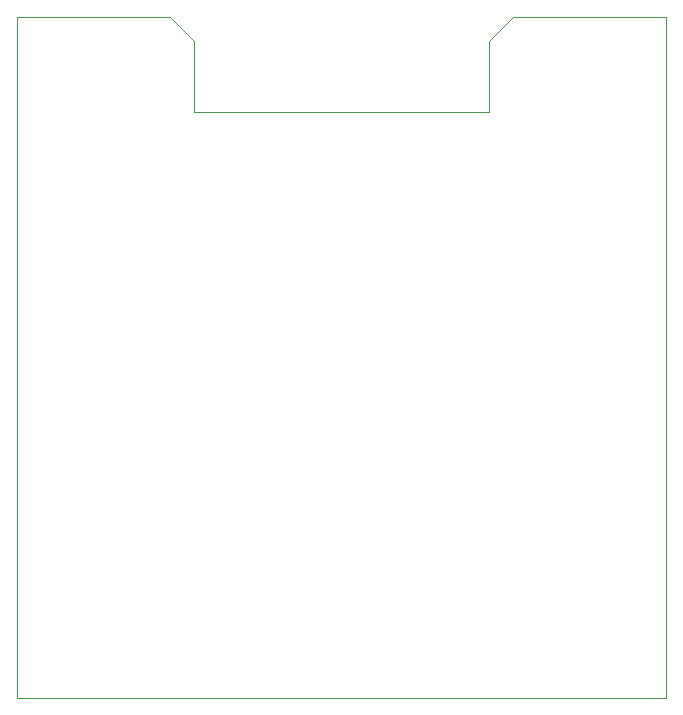
<source format=gbr>
%TF.GenerationSoftware,KiCad,Pcbnew,8.0.1*%
%TF.CreationDate,2024-04-15T20:54:24+02:00*%
%TF.ProjectId,Audio_shield,41756469-6f5f-4736-9869-656c642e6b69,rev?*%
%TF.SameCoordinates,Original*%
%TF.FileFunction,Profile,NP*%
%FSLAX46Y46*%
G04 Gerber Fmt 4.6, Leading zero omitted, Abs format (unit mm)*
G04 Created by KiCad (PCBNEW 8.0.1) date 2024-04-15 20:54:24*
%MOMM*%
%LPD*%
G01*
G04 APERTURE LIST*
%TA.AperFunction,Profile*%
%ADD10C,0.050000*%
%TD*%
G04 APERTURE END LIST*
D10*
X198100000Y-58100000D02*
X185100000Y-58100000D01*
X158100000Y-66100000D02*
X183100000Y-66100000D01*
X158100000Y-66100000D02*
X158100000Y-60100000D01*
X143100000Y-115700000D02*
X198100000Y-115700000D01*
X185100000Y-58100000D02*
X183100000Y-60100000D01*
X198100000Y-115700000D02*
X198100000Y-58100000D01*
X158100000Y-60100000D02*
X156100000Y-58100000D01*
X143100000Y-115700000D02*
X143100000Y-58100000D01*
X183100000Y-66100000D02*
X183100000Y-60100000D01*
X143100000Y-58100000D02*
X156100000Y-58100000D01*
M02*

</source>
